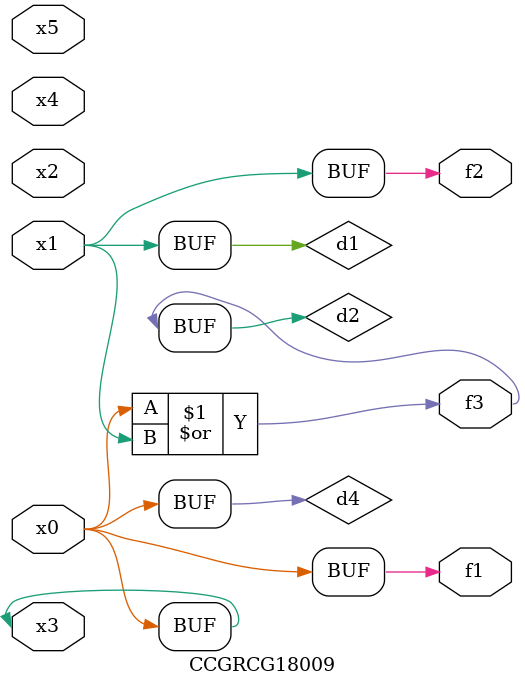
<source format=v>
module CCGRCG18009(
	input x0, x1, x2, x3, x4, x5,
	output f1, f2, f3
);

	wire d1, d2, d3, d4;

	and (d1, x1);
	or (d2, x0, x1);
	nand (d3, x0, x5);
	buf (d4, x0, x3);
	assign f1 = d4;
	assign f2 = d1;
	assign f3 = d2;
endmodule

</source>
